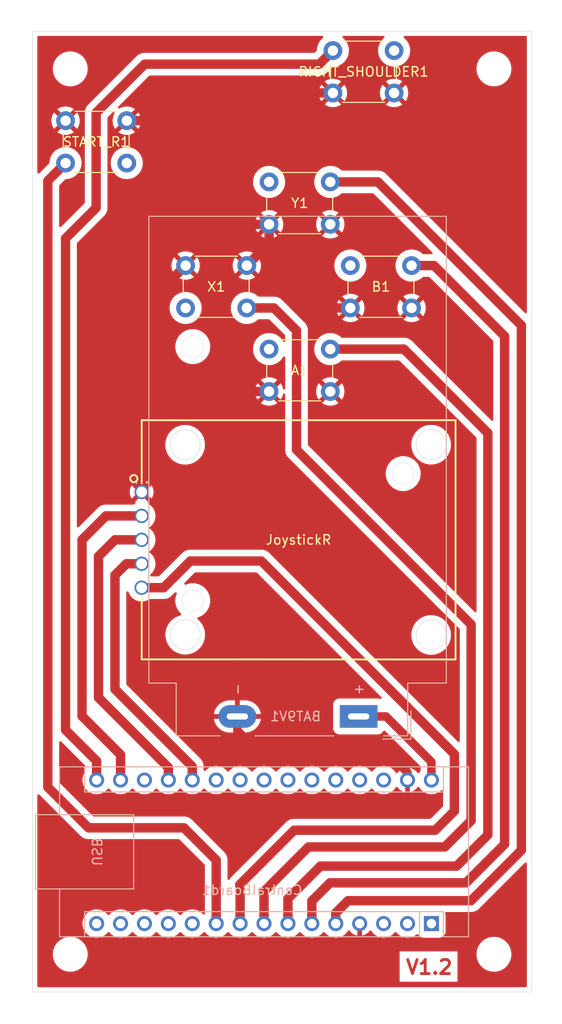
<source format=kicad_pcb>
(kicad_pcb (version 20240108) (generator "pcbnew") (generator_version "8.0")
  (title_block (title "Right Bluetooth Controller PCB") (date "2024-05-08") (rev "V1.2") (company "Instituto Superior Técnico") (comment 4 "Author: João Duarte"))
  (layers (0 "F.Cu" signal) (31 "B.Cu" signal) (34 "B.Paste" user) (35 "F.Paste" user) (36 "B.SilkS" user "B.Silkscreen") (37 "F.SilkS" user "F.Silkscreen") (38 "B.Mask" user) (39 "F.Mask" user) (44 "Edge.Cuts" user))
  (net 0 "")
  (net 1 "+9V")
  (net 2 "GND")
  (net 5 "/A")
  (net 6 "/B")
  (net 8 "/Analog_X_R")
  (net 9 "/Analog_Y_R")
  (net 11 "/Y")
  (net 12 "/X")
  (net 14 "/RIGHT_SHOULDER")
  (net 15 "/START_R")
  (net 23 "+3.3V")
  (net 24 "/SEL_JOY_R")
  (footprint "MountingHole:MountingHole_3.2mm_M3" (layer "F.Cu") (at 121 51)
    (property "Reference" "H1" (at 0 0 0) (layer "F.SilkS"))
    (property "Value" "MountingHole")
    (pad "" np_thru_hole circle (at 0 0) (size 3.2 3.2) (drill 3.2) (layers "*.Cu" "*.Mask"))
  )
  (footprint "Controller:Joystick" (layer "F.Cu") (at 145.25 101)
    (property "Reference" "JoystickR1")
    (property "Value" "JoystickR" (at 0 0 0) (layer "F.SilkS"))
    (fp_line (start -16.6624 -12.7) (end -16.66 -6) (stroke (width 0.2032)) (layer "F.SilkS"))
    (fp_line (start -16.6624 -12.7) (end 16.67 -12.7) (stroke (width 0.2032)) (layer "F.SilkS"))
    (fp_line (start -16.66 12.69) (end -16.66 5.99) (stroke (width 0.2032)) (layer "F.SilkS"))
    (fp_line (start 16.67 -12.7) (end 16.67 12.7) (stroke (width 0.2032)) (layer "F.SilkS"))
    (fp_line (start 16.67 12.7) (end -16.66 12.69) (stroke (width 0.2032)) (layer "F.SilkS"))
    (fp_circle (center -17.5 -6.5) (end -17.119 -6.5) (stroke (width 0.2032)) (fill none) (layer "F.SilkS"))
    (fp_circle (center -12.05 -10.09065) (end -10.45 -10.09065) (stroke (width 0.05)) (fill none) (layer "Edge.Cuts"))
    (fp_circle (center -12.04 10.07) (end -10.44 10.07) (stroke (width 0.05)) (fill none) (layer "Edge.Cuts"))
    (fp_circle (center 14.08 -10.1) (end 15.68 -10.1) (stroke (width 0.05)) (fill none) (layer "Edge.Cuts"))
    (fp_circle (center 14.08 10.1) (end 14.08 11.7) (stroke (width 0.05)) (fill none) (layer "Edge.Cuts"))
    (pad "1" thru_hole circle (at -16.66875 -5.08) (size 1.524 1.524) (drill 1.143) (layers "*.Cu" "*.Mask") (net 2 "GND"))
    (pad "2" thru_hole circle (at -16.66875 -2.54) (size 1.524 1.524) (drill 1.143) (layers "*.Cu" "*.Mask") (net 23 "+3.3V"))
    (pad "3" thru_hole circle (at -16.66875 0) (size 1.524 1.524) (drill 1.143) (layers "*.Cu" "*.Mask") (net 8 "/Analog_X_R"))
    (pad "4" thru_hole circle (at -16.66875 2.54) (size 1.524 1.524) (drill 1.143) (layers "*.Cu" "*.Mask") (net 9 "/Analog_Y_R"))
    (pad "5" thru_hole circle (at -16.66875 5.08) (size 1.524 1.524) (drill 1.143) (layers "*.Cu" "*.Mask") (net 24 "/SEL_JOY_R"))
  )
  (footprint "Button_Switch_THT:SW_PUSH_6mm" (layer "F.Cu") (at 127 61 180)
    (property "Reference" "START_R1" (at 3.25 2.25 180) (layer "F.SilkS"))
    (property "Value" "SW_Push")
    (fp_line (start 6.75 3) (end 6.75 1.5) (stroke (width 0.12)) (layer "F.SilkS"))
    (fp_line (start 5.5 -1) (end 1 -1) (stroke (width 0.12)) (layer "F.SilkS"))
    (fp_line (start 1 5.5) (end 5.5 5.5) (stroke (width 0.12)) (layer "F.SilkS"))
    (fp_line (start -0.25 1.5) (end -0.25 3) (stroke (width 0.12)) (layer "F.SilkS"))
    (pad "1" thru_hole circle (at 0 0 270) (size 2 2) (drill 1.1) (layers "*.Cu" "*.Mask") (net 15 "/START_R"))
    (pad "1" thru_hole circle (at 6.5 0 270) (size 2 2) (drill 1.1) (layers "*.Cu" "*.Mask") (net 15 "/START_R"))
    (pad "2" thru_hole circle (at 0 4.5 270) (size 2 2) (drill 1.1) (layers "*.Cu" "*.Mask") (net 2 "GND"))
    (pad "2" thru_hole circle (at 6.5 4.5 270) (size 2 2) (drill 1.1) (layers "*.Cu" "*.Mask") (net 2 "GND"))
  )
  (footprint "Button_Switch_THT:SW_PUSH_6mm" (layer "F.Cu") (at 142.118 80.75)
    (property "Reference" "A1" (at 3.25 2.25 0) (layer "F.SilkS"))
    (property "Value" "SW_Push")
    (fp_line (start -0.25 1.5) (end -0.25 3) (stroke (width 0.12)) (layer "F.SilkS"))
    (fp_line (start 1 5.5) (end 5.5 5.5) (stroke (width 0.12)) (layer "F.SilkS"))
    (fp_line (start 5.5 -1) (end 1 -1) (stroke (width 0.12)) (layer "F.SilkS"))
    (fp_line (start 6.75 3) (end 6.75 1.5) (stroke (width 0.12)) (layer "F.SilkS"))
    (pad "1" thru_hole circle (at 0 0 90) (size 2 2) (drill 1.1) (layers "*.Cu" "*.Mask") (net 5 "/A"))
    (pad "1" thru_hole circle (at 6.5 0 90) (size 2 2) (drill 1.1) (layers "*.Cu" "*.Mask") (net 5 "/A"))
    (pad "2" thru_hole circle (at 0 4.5 90) (size 2 2) (drill 1.1) (layers "*.Cu" "*.Mask") (net 2 "GND"))
    (pad "2" thru_hole circle (at 6.5 4.5 90) (size 2 2) (drill 1.1) (layers "*.Cu" "*.Mask") (net 2 "GND"))
  )
  (footprint "Button_Switch_THT:SW_PUSH_6mm" (layer "F.Cu") (at 133.25 71.882)
    (property "Reference" "X1" (at 3.25 2.25 0) (layer "F.SilkS"))
    (property "Value" "SW_Push")
    (fp_line (start -0.25 1.5) (end -0.25 3) (stroke (width 0.12)) (layer "F.SilkS"))
    (fp_line (start 1 5.5) (end 5.5 5.5) (stroke (width 0.12)) (layer "F.SilkS"))
    (fp_line (start 5.5 -1) (end 1 -1) (stroke (width 0.12)) (layer "F.SilkS"))
    (fp_line (start 6.75 3) (end 6.75 1.5) (stroke (width 0.12)) (layer "F.SilkS"))
    (pad "1" thru_hole circle (at 0 0 90) (size 2 2) (drill 1.1) (layers "*.Cu" "*.Mask") (net 2 "GND"))
    (pad "1" thru_hole circle (at 6.5 0 90) (size 2 2) (drill 1.1) (layers "*.Cu" "*.Mask") (net 2 "GND"))
    (pad "2" thru_hole circle (at 0 4.5 90) (size 2 2) (drill 1.1) (layers "*.Cu" "*.Mask") (net 12 "/X"))
    (pad "2" thru_hole circle (at 6.5 4.5 90) (size 2 2) (drill 1.1) (layers "*.Cu" "*.Mask") (net 12 "/X"))
  )
  (footprint "Button_Switch_THT:SW_PUSH_6mm" (layer "F.Cu") (at 148.896 49.058)
    (property "Reference" "RIGHT_SHOULDER1" (at 3.25 2.25 0) (layer "F.SilkS"))
    (property "Value" "SW_Push")
    (fp_line (start -0.25 1.5) (end -0.25 3) (stroke (width 0.12)) (layer "F.SilkS"))
    (fp_line (start 1 5.5) (end 5.5 5.5) (stroke (width 0.12)) (layer "F.SilkS"))
    (fp_line (start 5.5 -1) (end 1 -1) (stroke (width 0.12)) (layer "F.SilkS"))
    (fp_line (start 6.75 3) (end 6.75 1.5) (stroke (width 0.12)) (layer "F.SilkS"))
    (pad "1" thru_hole circle (at 0 0 90) (size 2 2) (drill 1.1) (layers "*.Cu" "*.Mask") (net 14 "/RIGHT_SHOULDER"))
    (pad "1" thru_hole circle (at 6.5 0 90) (size 2 2) (drill 1.1) (layers "*.Cu" "*.Mask") (net 14 "/RIGHT_SHOULDER"))
    (pad "2" thru_hole circle (at 0 4.5 90) (size 2 2) (drill 1.1) (layers "*.Cu" "*.Mask") (net 2 "GND"))
    (pad "2" thru_hole circle (at 6.5 4.5 90) (size 2 2) (drill 1.1) (layers "*.Cu" "*.Mask") (net 2 "GND"))
  )
  (footprint "Button_Switch_THT:SW_PUSH_6mm" (layer "F.Cu") (at 150.75 71.882)
    (property "Reference" "B1" (at 3.25 2.25 0) (layer "F.SilkS"))
    (property "Value" "SW_Push")
    (fp_line (start -0.25 1.5) (end -0.25 3) (stroke (width 0.12)) (layer "F.SilkS"))
    (fp_line (start 1 5.5) (end 5.5 5.5) (stroke (width 0.12)) (layer "F.SilkS"))
    (fp_line (start 5.5 -1) (end 1 -1) (stroke (width 0.12)) (layer "F.SilkS"))
    (fp_line (start 6.75 3) (end 6.75 1.5) (stroke (width 0.12)) (layer "F.SilkS"))
    (pad "1" thru_hole circle (at 0 0 90) (size 2 2) (drill 1.1) (layers "*.Cu" "*.Mask") (net 6 "/B"))
    (pad "1" thru_hole circle (at 6.5 0 90) (size 2 2) (drill 1.1) (layers "*.Cu" "*.Mask") (net 6 "/B"))
    (pad "2" thru_hole circle (at 0 4.5 90) (size 2 2) (drill 1.1) (layers "*.Cu" "*.Mask") (net 2 "GND"))
    (pad "2" thru_hole circle (at 6.5 4.5 90) (size 2 2) (drill 1.1) (layers "*.Cu" "*.Mask") (net 2 "GND"))
  )
  (footprint "MountingHole:MountingHole_3.2mm_M3" (layer "F.Cu") (at 166 51)
    (property "Reference" "H2" (at 0 0 0) (layer "F.SilkS"))
    (property "Value" "MountingHole")
    (pad "" np_thru_hole circle (at 0 0) (size 3.2 3.2) (drill 3.2) (layers "*.Cu" "*.Mask"))
  )
  (footprint "Button_Switch_THT:SW_PUSH_6mm" (layer "F.Cu") (at 142.118 63)
    (property "Reference" "Y1" (at 3.25 2.25 0) (layer "F.SilkS"))
    (property "Value" "SW_Push")
    (fp_line (start -0.25 1.5) (end -0.25 3) (stroke (width 0.12)) (layer "F.SilkS"))
    (fp_line (start 1 5.5) (end 5.5 5.5) (stroke (width 0.12)) (layer "F.SilkS"))
    (fp_line (start 5.5 -1) (end 1 -1) (stroke (width 0.12)) (layer "F.SilkS"))
    (fp_line (start 6.75 3) (end 6.75 1.5) (stroke (width 0.12)) (layer "F.SilkS"))
    (pad "1" thru_hole circle (at 0 0 90) (size 2 2) (drill 1.1) (layers "*.Cu" "*.Mask") (net 11 "/Y"))
    (pad "1" thru_hole circle (at 6.5 0 90) (size 2 2) (drill 1.1) (layers "*.Cu" "*.Mask") (net 11 "/Y"))
    (pad "2" thru_hole circle (at 0 4.5 90) (size 2 2) (drill 1.1) (layers "*.Cu" "*.Mask") (net 2 "GND"))
    (pad "2" thru_hole circle (at 6.5 4.5 90) (size 2 2) (drill 1.1) (layers "*.Cu" "*.Mask") (net 2 "GND"))
  )
  (footprint "MountingHole:MountingHole_3.2mm_M3" (layer "F.Cu") (at 166 145)
    (property "Reference" "H3" (at 0 0 0) (layer "F.SilkS"))
    (property "Value" "MountingHole")
    (pad "" np_thru_hole circle (at 0 0) (size 3.2 3.2) (drill 3.2) (layers "*.Cu" "*.Mask"))
  )
  (footprint "MountingHole:MountingHole_3.2mm_M3" (layer "F.Cu") (at 121 145)
    (property "Reference" "H4" (at 0 0 0) (layer "F.SilkS"))
    (property "Value" "MountingHole")
    (pad "" np_thru_hole circle (at 0 0) (size 3.2 3.2) (drill 3.2) (layers "*.Cu" "*.Mask"))
  )
  (footprint "Module:Arduino_Nano" (layer "B.Cu") (at 159.36 141.74 90)
    (property "Reference" "CentralBoard1" (at 3.556 -19.05 0) (layer "B.SilkS") (effects (justify mirror)))
    (property "Value" "Arduino_Nano_v3.x")
    (fp_line (start 11.56 -42.04) (end 11.56 -31.62) (stroke (width 0.12)) (layer "B.SilkS"))
    (fp_line (start 3.68 -42.04) (end 11.56 -42.04) (stroke (width 0.12)) (layer "B.SilkS"))
    (fp_line (start 11.56 -39.5) (end 16.64 -39.5) (stroke (width 0.12)) (layer "B.SilkS"))
    (fp_line (start 3.68 -39.5) (end -1.4 -39.5) (stroke (width 0.12)) (layer "B.SilkS"))
    (fp_line (start -1.4 -39.5) (end -1.4 -1.27) (stroke (width 0.12)) (layer "B.SilkS"))
    (fp_line (start 16.64 -36.83) (end 13.97 -36.83) (stroke (width 0.12)) (layer "B.SilkS"))
    (fp_line (start 13.97 -36.83) (end 13.97 1.27) (stroke (width 0.12)) (layer "B.SilkS"))
    (fp_line (start 1.27 -36.83) (end 1.27 -1.27) (stroke (width 0.12)) (layer "B.SilkS"))
    (fp_line (start -1.4 -36.83) (end 1.27 -36.83) (stroke (width 0.12)) (layer "B.SilkS"))
    (fp_line (start 11.56 -31.62) (end 3.68 -31.62) (stroke (width 0.12)) (layer "B.SilkS"))
    (fp_line (start 3.68 -31.62) (end 3.68 -42.04) (stroke (width 0.12)) (layer "B.SilkS"))
    (fp_line (start -1.4 -1.27) (end 1.27 -1.27) (stroke (width 0.12)) (layer "B.SilkS"))
    (fp_line (start 16.64 1.27) (end 13.97 1.27) (stroke (width 0.12)) (layer "B.SilkS"))
    (fp_line (start 1.27 1.27) (end 1.27 -1.27) (stroke (width 0.12)) (layer "B.SilkS"))
    (fp_line (start -1.4 1.27) (end 1.27 1.27) (stroke (width 0.12)) (layer "B.SilkS"))
    (fp_line (start -1.4 1.27) (end -1.4 3.94) (stroke (width 0.12)) (layer "B.SilkS"))
    (fp_line (start 16.64 3.94) (end 16.64 -39.5) (stroke (width 0.12)) (layer "B.SilkS"))
    (fp_line (start -1.4 3.94) (end 16.64 3.94) (stroke (width 0.12)) (layer "B.SilkS"))
    (fp_text user "USB" (at 7.62 -35.56 -90) (layer "B.SilkS") (effects (justify mirror)))
    (pad "1" thru_hole rect (at 0 0 90) (size 1.6 1.6) (drill 1) (layers "*.Cu" "*.Mask"))
    (pad "2" thru_hole oval (at 0 -2.54 90) (size 1.6 1.6) (drill 1) (layers "*.Cu" "*.Mask"))
    (pad "3" thru_hole oval (at 0 -5.08 90) (size 1.6 1.6) (drill 1) (layers "*.Cu" "*.Mask"))
    (pad "4" thru_hole oval (at 0 -7.62 90) (size 1.6 1.6) (drill 1) (layers "*.Cu" "*.Mask") (net 2 "GND"))
    (pad "5" thru_hole oval (at 0 -10.16 90) (size 1.6 1.6) (drill 1) (layers "*.Cu" "*.Mask") (net 11 "/Y"))
    (pad "6" thru_hole oval (at 0 -12.7 90) (size 1.6 1.6) (drill 1) (layers "*.Cu" "*.Mask") (net 6 "/B"))
    (pad "7" thru_hole oval (at 0 -15.24 90) (size 1.6 1.6) (drill 1) (layers "*.Cu" "*.Mask") (net 5 "/A"))
    (pad "8" thru_hole oval (at 0 -17.78 90) (size 1.6 1.6) (drill 1) (layers "*.Cu" "*.Mask") (net 12 "/X"))
    (pad "9" thru_hole oval (at 0 -20.32 90) (size 1.6 1.6) (drill 1) (layers "*.Cu" "*.Mask") (net 24 "/SEL_JOY_R"))
    (pad "10" thru_hole oval (at 0 -22.86 90) (size 1.6 1.6) (drill 1) (layers "*.Cu" "*.Mask") (net 15 "/START_R"))
    (pad "11" thru_hole oval (at 0 -25.4 90) (size 1.6 1.6) (drill 1) (layers "*.Cu" "*.Mask"))
    (pad "12" thru_hole oval (at 0 -27.94 90) (size 1.6 1.6) (drill 1) (layers "*.Cu" "*.Mask"))
    (pad "13" thru_hole oval (at 0 -30.48 90) (size 1.6 1.6) (drill 1) (layers "*.Cu" "*.Mask"))
    (pad "14" thru_hole oval (at 0 -33.02 90) (size 1.6 1.6) (drill 1) (layers "*.Cu" "*.Mask"))
    (pad "15" thru_hole oval (at 0 -35.56 90) (size 1.6 1.6) (drill 1) (layers "*.Cu" "*.Mask"))
    (pad "16" thru_hole oval (at 15.24 -35.56 90) (size 1.6 1.6) (drill 1) (layers "*.Cu" "*.Mask") (net 14 "/RIGHT_SHOULDER"))
    (pad "17" thru_hole oval (at 15.24 -33.02 90) (size 1.6 1.6) (drill 1) (layers "*.Cu" "*.Mask") (net 23 "+3.3V"))
    (pad "18" thru_hole oval (at 15.24 -30.48 90) (size 1.6 1.6) (drill 1) (layers "*.Cu" "*.Mask"))
    (pad "19" thru_hole oval (at 15.24 -27.94 90) (size 1.6 1.6) (drill 1) (layers "*.Cu" "*.Mask") (net 8 "/Analog_X_R"))
    (pad "20" thru_hole oval (at 15.24 -25.4 90) (size 1.6 1.6) (drill 1) (layers "*.Cu" "*.Mask") (net 9 "/Analog_Y_R"))
    (pad "21" thru_hole oval (at 15.24 -22.86 90) (size 1.6 1.6) (drill 1) (layers "*.Cu" "*.Mask"))
    (pad "22" thru_hole oval (at 15.24 -20.32 90) (size 1.6 1.6) (drill 1) (layers "*.Cu" "*.Mask"))
    (pad "23" thru_hole oval (at 15.24 -17.78 90) (size 1.6 1.6) (drill 1) (layers "*.Cu" "*.Mask"))
    (pad "24" thru_hole oval (at 15.24 -15.24 90) (size 1.6 1.6) (drill 1) (layers "*.Cu" "*.Mask"))
    (pad "25" thru_hole oval (at 15.24 -12.7 90) (size 1.6 1.6) (drill 1) (layers "*.Cu" "*.Mask"))
    (pad "26" thru_hole oval (at 15.24 -10.16 90) (size 1.6 1.6) (drill 1) (layers "*.Cu" "*.Mask"))
    (pad "27" thru_hole oval (at 15.24 -7.62 90) (size 1.6 1.6) (drill 1) (layers "*.Cu" "*.Mask"))
    (pad "28" thru_hole oval (at 15.24 -5.08 90) (size 1.6 1.6) (drill 1) (layers "*.Cu" "*.Mask"))
    (pad "29" thru_hole oval (at 15.24 -2.54 90) (size 1.6 1.6) (drill 1) (layers "*.Cu" "*.Mask") (net 2 "GND"))
    (pad "30" thru_hole oval (at 15.24 0 90) (size 1.6 1.6) (drill 1) (layers "*.Cu" "*.Mask") (net 1 "+9V"))
  )
  (footprint "Battery:BatteryHolder_MPD_BA9VPC_1xPP3" (layer "B.Cu") (at 151.63 119.75 90)
    (property "Reference" "BAT9V1" (at 0 -6.7 0) (layer "B.SilkS") (effects (justify mirror)))
    (property "Value" "Battery_Cell")
    (fp_line (start 3.54 -22.28) (end 53.1 -22.28) (stroke (width 0.12)) (layer "B.SilkS"))
    (fp_line (start 3.54 -19.38) (end 3.54 -22.28) (stroke (width 0.12)) (layer "B.SilkS"))
    (fp_line (start -2.06 -19.38) (end 3.54 -19.38) (stroke (width 0.12)) (layer "B.SilkS"))
    (fp_line (start -2.06 -14.7) (end -2.06 -19.38) (stroke (width 0.12)) (layer "B.SilkS"))
    (fp_line (start -2.06 -11) (end -2.06 -2.65) (stroke (width 0.12)) (layer "B.SilkS"))
    (fp_line (start -2.4 2.55) (end -2.4 5.55) (stroke (width 0.12)) (layer "B.SilkS"))
    (fp_line (start -2.06 2.65) (end -2.06 5.21) (stroke (width 0.12)) (layer "B.SilkS"))
    (fp_line (start 3.54 5.21) (end 3.54 9.31) (stroke (width 0.12)) (layer "B.SilkS"))
    (fp_line (start -2.06 5.21) (end 3.54 5.21) (stroke (width 0.12)) (layer "B.SilkS"))
    (fp_line (start 0.6 5.55) (end -2.4 5.55) (stroke (width 0.12)) (layer "B.SilkS"))
    (fp_line (start 53.1 9.31) (end 53.1 -22.28) (stroke (width 0.12)) (layer "B.SilkS"))
    (fp_line (start 3.54 9.31) (end 53.1 9.31) (stroke (width 0.12)) (layer "B.SilkS"))
    (fp_text user "-" (at 3.6 -12.88 -90) (layer "B.SilkS") (effects (justify left mirror)))
    (fp_text user "+" (at 3.6 0 -90) (layer "B.SilkS") (effects (justify left mirror)))
    (pad "" np_thru_hole circle (at 12.29 -17.62 90) (size 2.3 2.3) (drill 2.29) (layers "*.Cu" "*.Mask"))
    (pad "" np_thru_hole circle (at 25.78 4.73 90) (size 2.3 2.3) (drill 2.29) (layers "*.Cu" "*.Mask"))
    (pad "" np_thru_hole circle (at 39.26 -17.62 90) (size 2.3 2.3) (drill 2.29) (layers "*.Cu" "*.Mask"))
    (pad "1" thru_hole rect (at 0 0 90) (size 2.41 4.02) (drill oval 0.66 2.27) (layers "*.Cu" "*.Mask") (net 1 "+9V"))
    (pad "2" thru_hole oval (at 0 -12.88 90) (size 2.41 4.02) (drill oval 0.66 2.27) (layers "*.Cu" "*.Mask") (net 2 "GND"))
  )
  (gr_rect (start 117 47) (end 170 149) (stroke (width 0.05)) (fill none) (layer "Edge.Cuts"))
  (gr_text "V1.2" (at 156.5 147.25 0) (layer "F.Cu") (effects (font (size 1.5 1.5) (thickness 0.3) (bold yes)) (justify left bottom)))
  (segment (start 154.54 119.75) (end 159.36 124.57) (width 0.9) (layer "F.Cu") (net 1))
  (segment (start 151.63 119.75) (end 154.54 119.75) (width 0.9) (layer "F.Cu") (net 1))
  (segment (start 159.36 124.57) (end 159.36 126.5) (width 0.9) (layer "F.Cu") (net 1))
  (segment (start 134.038 85.25) (end 134 85.25) (width 1) (layer "F.Cu") (net 2))
  (segment (start 139.474 71.882) (end 139.474 71.776) (width 1) (layer "F.Cu") (net 2))
  (segment (start 132.622 56.5) (end 132.622 61.372) (width 1) (layer "F.Cu") (net 2))
  (segment (start 142.118 85.25) (end 134.038 85.25) (width 1) (layer "F.Cu") (net 2))
  (segment (start 128.5 95.85675) (end 128.43675 95.92) (width 1) (layer "F.Cu") (net 2))
  (segment (start 130.5 81.75) (end 130.5 74.632) (width 1) (layer "F.Cu") (net 2))
  (segment (start 134.038 85.25) (end 128.58125 90.70675) (width 1) (layer "F.Cu") (net 2))
  (segment (start 156.82 125.708742) (end 156.82 126.5) (width 0.9) (layer "F.Cu") (net 2))
  (segment (start 138.75 119.75) (end 138.75 121.25) (width 0.9) (layer "F.Cu") (net 2))
  (segment (start 154.736258 123.625) (end 156.82 125.708742) (width 0.9) (layer "F.Cu") (net 2))
  (segment (start 134 85.25) (end 130.5 81.75) (width 1) (layer "F.Cu") (net 2))
  (segment (start 142.118 67.5) (end 142.118 69.514) (width 1) (layer "F.Cu") (net 2))
  (segment (start 148.986 76.382) (end 142.118 69.514) (width 1) (layer "F.Cu") (net 2))
  (segment (start 132.622 61.372) (end 138.75 67.5) (width 1) (layer "F.Cu") (net 2))
  (segment (start 141.125 123.625) (end 154.736258 123.625) (width 0.9) (layer "F.Cu") (net 2))
  (segment (start 130.5 74.632) (end 133.25 71.882) (width 1) (layer "F.Cu") (net 2))
  (segment (start 142.118 69.514) (end 139.75 71.882) (width 1) (layer "F.Cu") (net 2))
  (segment (start 138.75 67.5) (end 142.118 67.5) (width 1) (layer "F.Cu") (net 2))
  (segment (start 150.75 76.382) (end 148.986 76.382) (width 1) (layer "F.Cu") (net 2))
  (segment (start 148.896 53.558) (end 135.564 53.558) (width 1) (layer "F.Cu") (net 2))
  (segment (start 127 56.5) (end 132.622 56.5) (width 1) (layer "F.Cu") (net 2))
  (segment (start 135.564 53.558) (end 132.622 56.5) (width 1) (layer "F.Cu") (net 2))
  (segment (start 128.58125 90.70675) (end 128.58125 95.92) (width 1) (layer "F.Cu") (net 2))
  (segment (start 138.75 121.25) (end 141.125 123.625) (width 0.9) (layer "F.Cu") (net 2))
  (segment (start 162.039236 135.636) (end 147.574 135.636) (width 1) (layer "F.Cu") (net 5))
  (segment (start 165.354 89.662) (end 165.354 132.321236) (width 1) (layer "F.Cu") (net 5))
  (segment (start 156.442 80.75) (end 165.354 89.662) (width 1) (layer "F.Cu") (net 5))
  (segment (start 144.12 139.09) (end 144.12 141.74) (width 1) (layer "F.Cu") (net 5))
  (segment (start 147.574 135.636) (end 144.12 139.09) (width 1) (layer "F.Cu") (net 5))
  (segment (start 165.354 132.321236) (end 162.039236 135.636) (width 1) (layer "F.Cu") (net 5))
  (segment (start 148.618 80.75) (end 156.442 80.75) (width 1) (layer "F.Cu") (net 5))
  (segment (start 157.25 71.882) (end 159.632 71.882) (width 1) (layer "F.Cu") (net 6))
  (segment (start 167.132 79.382) (end 167.132 133.313403) (width 1) (layer "F.Cu") (net 6))
  (segment (start 167.132 133.313403) (end 163.031403 137.414) (width 1) (layer "F.Cu") (net 6))
  (segment (start 159.632 71.882) (end 167.132 79.382) (width 1) (layer "F.Cu") (net 6))
  (segment (start 163.031403 137.414) (end 148.59 137.414) (width 1) (layer "F.Cu") (net 6))
  (segment (start 148.59 137.414) (end 146.66 139.344) (width 1) (layer "F.Cu") (net 6))
  (segment (start 146.66 139.344) (end 146.66 141.74) (width 1) (layer "F.Cu") (net 6))
  (segment (start 124 117.75) (end 124 102.75) (width 1) (layer "F.Cu") (net 8))
  (segment (start 131.42 126.5) (end 131.42 125.17) (width 1) (layer "F.Cu") (net 8))
  (segment (start 131.42 125.17) (end 124 117.75) (width 1) (layer "F.Cu") (net 8))
  (segment (start 125.75 101) (end 128.58125 101) (width 1) (layer "F.Cu") (net 8))
  (segment (start 124 102.75) (end 125.75 101) (width 1) (layer "F.Cu") (net 8))
  (segment (start 133.96 126.5) (end 133.96 125.07) (width 1) (layer "F.Cu") (net 9))
  (segment (start 133.96 125.07) (end 125.75 116.86) (width 1) (layer "F.Cu") (net 9))
  (segment (start 125.75 116.86) (end 125.75 104.75) (width 1) (layer "F.Cu") (net 9))
  (segment (start 126.96 103.54) (end 128.58125 103.54) (width 1) (layer "F.Cu") (net 9))
  (segment (start 125.75 104.75) (end 126.96 103.54) (width 1) (layer "F.Cu") (net 9))
  (segment (start 149.2 140.60863) (end 149.2 141.74) (width 1) (layer "F.Cu") (net 11))
  (segment (start 168.91 78.232) (end 168.91 133.959299) (width 1) (layer "F.Cu") (net 11))
  (segment (start 163.557786 139.311513) (end 150.497117 139.311513) (width 1) (layer "F.Cu") (net 11))
  (segment (start 148.618 63) (end 153.678 63) (width 1) (layer "F.Cu") (net 11))
  (segment (start 153.678 63) (end 168.91 78.232) (width 1) (layer "F.Cu") (net 11))
  (segment (start 168.91 133.959299) (end 163.557786 139.311513) (width 1) (layer "F.Cu") (net 11))
  (segment (start 150.497117 139.311513) (end 149.2 140.60863) (width 1) (layer "F.Cu") (net 11))
  (segment (start 163.576 109.982) (end 163.576 130.81) (width 1) (layer "F.Cu") (net 12))
  (segment (start 142.632 76.382) (end 145.034 78.784) (width 1) (layer "F.Cu") (net 12))
  (segment (start 160.782 133.604) (end 146.304 133.604) (width 1) (layer "F.Cu") (net 12))
  (segment (start 141.58 138.328) (end 141.58 141.74) (width 1) (layer "F.Cu") (net 12))
  (segment (start 145.034 91.44) (end 163.576 109.982) (width 1) (layer "F.Cu") (net 12))
  (segment (start 146.304 133.604) (end 141.58 138.328) (width 1) (layer "F.Cu") (net 12))
  (segment (start 139.75 76.382) (end 142.632 76.382) (width 1) (layer "F.Cu") (net 12))
  (segment (start 163.576 130.81) (end 160.782 133.604) (width 1) (layer "F.Cu") (net 12))
  (segment (start 145.034 78.784) (end 145.034 91.44) (width 1) (layer "F.Cu") (net 12))
  (segment (start 120.5 121.178) (end 120.5 69) (width 1) (layer "F.Cu") (net 14))
  (segment (start 123.8 124.478) (end 120.5 121.178) (width 1) (layer "F.Cu") (net 14))
  (segment (start 147.454 50.5) (end 148.896 49.058) (width 1) (layer "F.Cu") (net 14))
  (segment (start 123.75 65.75) (end 123.75 55.658) (width 1) (layer "F.Cu") (net 14))
  (segment (start 123.8 126.5) (end 123.8 124.478) (width 1) (layer "F.Cu") (net 14))
  (segment (start 128.908 50.5) (end 147.454 50.5) (width 1) (layer "F.Cu") (net 14))
  (segment (start 123.75 55.658) (end 128.908 50.5) (width 1) (layer "F.Cu") (net 14))
  (segment (start 120.5 69) (end 123.75 65.75) (width 1) (layer "F.Cu") (net 14))
  (segment (start 118.618 127.254) (end 118.618 62.882) (width 1) (layer "F.Cu") (net 15))
  (segment (start 136.5 135) (end 133.072 131.572) (width 1) (layer "F.Cu") (net 15))
  (segment (start 136.5 141.74) (end 136.5 135) (width 1) (layer "F.Cu") (net 15))
  (segment (start 122.936 131.572) (end 118.618 127.254) (width 1) (layer "F.Cu") (net 15))
  (segment (start 118.618 62.882) (end 120.5 61) (width 1) (layer "F.Cu") (net 15))
  (segment (start 133.072 131.572) (end 122.936 131.572) (width 1) (layer "F.Cu") (net 15))
  (segment (start 126.34 126.5) (end 126.34 123.8) (width 1) (layer "F.Cu") (net 23))
  (segment (start 126.34 123.8) (end 122.25 119.71) (width 1) (layer "F.Cu") (net 23))
  (segment (start 124.79 98.46) (end 128.58125 98.46) (width 1) (layer "F.Cu") (net 23))
  (segment (start 122.25 119.71) (end 122.25 101) (width 1) (layer "F.Cu") (net 23))
  (segment (start 122.25 101) (end 124.79 98.46) (width 1) (layer "F.Cu") (net 23))
  (segment (start 133.75 103.25) (end 130.92 106.08) (width 1) (layer "F.Cu") (net 24))
  (segment (start 139.04 141.74) (end 139.04 137.646) (width 1) (layer "F.Cu") (net 24))
  (segment (start 141.294456 103.25) (end 133.75 103.25) (width 1) (layer "F.Cu") (net 24))
  (segment (start 161.798 129.794) (end 161.798 123.753544) (width 1) (layer "F.Cu") (net 24))
  (segment (start 144.78 131.826) (end 159.766 131.826) (width 1) (layer "F.Cu") (net 24))
  (segment (start 139 137.606) (end 144.78 131.826) (width 1) (layer "F.Cu") (net 24))
  (segment (start 130.92 106.08) (end 128.58125 106.08) (width 1) (layer "F.Cu") (net 24))
  (segment (start 139.04 137.646) (end 139 137.606) (width 1) (layer "F.Cu") (net 24))
  (segment (start 159.766 131.826) (end 161.798 129.794) (width 1) (layer "F.Cu") (net 24))
  (segment (start 161.798 123.753544) (end 141.294456 103.25) (width 1) (layer "F.Cu") (net 24))
  (zone (net 2) (net_name "GND") (layer "F.Cu") (connect_pads (clearance 0.5)) (min_thickness 0.25) (fill yes (thermal_gap 0.5) (thermal_bridge_width 0.5))
    (polygon (pts (xy 113.538 152.4) (xy 173.228 152.4) (xy 173.228 43.688) (xy 113.538 43.688)))
  )
)
</source>
